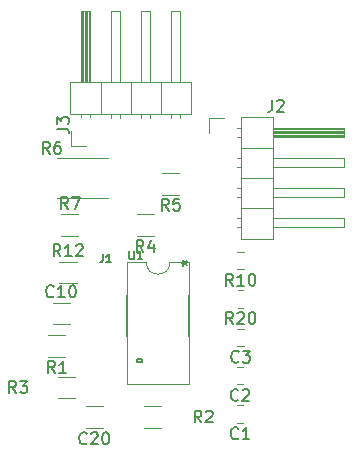
<source format=gto>
G04 #@! TF.GenerationSoftware,KiCad,Pcbnew,8.0.4*
G04 #@! TF.CreationDate,2024-07-24T14:50:23+09:00*
G04 #@! TF.ProjectId,VR-Conditioner-MAX9926+reg,56522d43-6f6e-4646-9974-696f6e65722d,3.7*
G04 #@! TF.SameCoordinates,PX68c4118PY713e7a8*
G04 #@! TF.FileFunction,Legend,Top*
G04 #@! TF.FilePolarity,Positive*
%FSLAX46Y46*%
G04 Gerber Fmt 4.6, Leading zero omitted, Abs format (unit mm)*
G04 Created by KiCad (PCBNEW 8.0.4) date 2024-07-24 14:50:23*
%MOMM*%
%LPD*%
G01*
G04 APERTURE LIST*
%ADD10C,0.150000*%
%ADD11C,0.120000*%
%ADD12C,0.152400*%
G04 APERTURE END LIST*
D10*
X19795833Y2960420D02*
X19748214Y2912800D01*
X19748214Y2912800D02*
X19605357Y2865181D01*
X19605357Y2865181D02*
X19510119Y2865181D01*
X19510119Y2865181D02*
X19367262Y2912800D01*
X19367262Y2912800D02*
X19272024Y3008039D01*
X19272024Y3008039D02*
X19224405Y3103277D01*
X19224405Y3103277D02*
X19176786Y3293753D01*
X19176786Y3293753D02*
X19176786Y3436610D01*
X19176786Y3436610D02*
X19224405Y3627086D01*
X19224405Y3627086D02*
X19272024Y3722324D01*
X19272024Y3722324D02*
X19367262Y3817562D01*
X19367262Y3817562D02*
X19510119Y3865181D01*
X19510119Y3865181D02*
X19605357Y3865181D01*
X19605357Y3865181D02*
X19748214Y3817562D01*
X19748214Y3817562D02*
X19795833Y3769943D01*
X20748214Y2865181D02*
X20176786Y2865181D01*
X20462500Y2865181D02*
X20462500Y3865181D01*
X20462500Y3865181D02*
X20367262Y3722324D01*
X20367262Y3722324D02*
X20272024Y3627086D01*
X20272024Y3627086D02*
X20176786Y3579467D01*
X19795833Y6210420D02*
X19748214Y6162800D01*
X19748214Y6162800D02*
X19605357Y6115181D01*
X19605357Y6115181D02*
X19510119Y6115181D01*
X19510119Y6115181D02*
X19367262Y6162800D01*
X19367262Y6162800D02*
X19272024Y6258039D01*
X19272024Y6258039D02*
X19224405Y6353277D01*
X19224405Y6353277D02*
X19176786Y6543753D01*
X19176786Y6543753D02*
X19176786Y6686610D01*
X19176786Y6686610D02*
X19224405Y6877086D01*
X19224405Y6877086D02*
X19272024Y6972324D01*
X19272024Y6972324D02*
X19367262Y7067562D01*
X19367262Y7067562D02*
X19510119Y7115181D01*
X19510119Y7115181D02*
X19605357Y7115181D01*
X19605357Y7115181D02*
X19748214Y7067562D01*
X19748214Y7067562D02*
X19795833Y7019943D01*
X20176786Y7019943D02*
X20224405Y7067562D01*
X20224405Y7067562D02*
X20319643Y7115181D01*
X20319643Y7115181D02*
X20557738Y7115181D01*
X20557738Y7115181D02*
X20652976Y7067562D01*
X20652976Y7067562D02*
X20700595Y7019943D01*
X20700595Y7019943D02*
X20748214Y6924705D01*
X20748214Y6924705D02*
X20748214Y6829467D01*
X20748214Y6829467D02*
X20700595Y6686610D01*
X20700595Y6686610D02*
X20129167Y6115181D01*
X20129167Y6115181D02*
X20748214Y6115181D01*
X19835833Y9460420D02*
X19788214Y9412800D01*
X19788214Y9412800D02*
X19645357Y9365181D01*
X19645357Y9365181D02*
X19550119Y9365181D01*
X19550119Y9365181D02*
X19407262Y9412800D01*
X19407262Y9412800D02*
X19312024Y9508039D01*
X19312024Y9508039D02*
X19264405Y9603277D01*
X19264405Y9603277D02*
X19216786Y9793753D01*
X19216786Y9793753D02*
X19216786Y9936610D01*
X19216786Y9936610D02*
X19264405Y10127086D01*
X19264405Y10127086D02*
X19312024Y10222324D01*
X19312024Y10222324D02*
X19407262Y10317562D01*
X19407262Y10317562D02*
X19550119Y10365181D01*
X19550119Y10365181D02*
X19645357Y10365181D01*
X19645357Y10365181D02*
X19788214Y10317562D01*
X19788214Y10317562D02*
X19835833Y10269943D01*
X20169167Y10365181D02*
X20788214Y10365181D01*
X20788214Y10365181D02*
X20454881Y9984229D01*
X20454881Y9984229D02*
X20597738Y9984229D01*
X20597738Y9984229D02*
X20692976Y9936610D01*
X20692976Y9936610D02*
X20740595Y9888991D01*
X20740595Y9888991D02*
X20788214Y9793753D01*
X20788214Y9793753D02*
X20788214Y9555658D01*
X20788214Y9555658D02*
X20740595Y9460420D01*
X20740595Y9460420D02*
X20692976Y9412800D01*
X20692976Y9412800D02*
X20597738Y9365181D01*
X20597738Y9365181D02*
X20312024Y9365181D01*
X20312024Y9365181D02*
X20216786Y9412800D01*
X20216786Y9412800D02*
X20169167Y9460420D01*
X4169642Y14990420D02*
X4122023Y14942800D01*
X4122023Y14942800D02*
X3979166Y14895181D01*
X3979166Y14895181D02*
X3883928Y14895181D01*
X3883928Y14895181D02*
X3741071Y14942800D01*
X3741071Y14942800D02*
X3645833Y15038039D01*
X3645833Y15038039D02*
X3598214Y15133277D01*
X3598214Y15133277D02*
X3550595Y15323753D01*
X3550595Y15323753D02*
X3550595Y15466610D01*
X3550595Y15466610D02*
X3598214Y15657086D01*
X3598214Y15657086D02*
X3645833Y15752324D01*
X3645833Y15752324D02*
X3741071Y15847562D01*
X3741071Y15847562D02*
X3883928Y15895181D01*
X3883928Y15895181D02*
X3979166Y15895181D01*
X3979166Y15895181D02*
X4122023Y15847562D01*
X4122023Y15847562D02*
X4169642Y15799943D01*
X5122023Y14895181D02*
X4550595Y14895181D01*
X4836309Y14895181D02*
X4836309Y15895181D01*
X4836309Y15895181D02*
X4741071Y15752324D01*
X4741071Y15752324D02*
X4645833Y15657086D01*
X4645833Y15657086D02*
X4550595Y15609467D01*
X5741071Y15895181D02*
X5836309Y15895181D01*
X5836309Y15895181D02*
X5931547Y15847562D01*
X5931547Y15847562D02*
X5979166Y15799943D01*
X5979166Y15799943D02*
X6026785Y15704705D01*
X6026785Y15704705D02*
X6074404Y15514229D01*
X6074404Y15514229D02*
X6074404Y15276134D01*
X6074404Y15276134D02*
X6026785Y15085658D01*
X6026785Y15085658D02*
X5979166Y14990420D01*
X5979166Y14990420D02*
X5931547Y14942800D01*
X5931547Y14942800D02*
X5836309Y14895181D01*
X5836309Y14895181D02*
X5741071Y14895181D01*
X5741071Y14895181D02*
X5645833Y14942800D01*
X5645833Y14942800D02*
X5598214Y14990420D01*
X5598214Y14990420D02*
X5550595Y15085658D01*
X5550595Y15085658D02*
X5502976Y15276134D01*
X5502976Y15276134D02*
X5502976Y15514229D01*
X5502976Y15514229D02*
X5550595Y15704705D01*
X5550595Y15704705D02*
X5598214Y15799943D01*
X5598214Y15799943D02*
X5645833Y15847562D01*
X5645833Y15847562D02*
X5741071Y15895181D01*
X6969642Y2540420D02*
X6922023Y2492800D01*
X6922023Y2492800D02*
X6779166Y2445181D01*
X6779166Y2445181D02*
X6683928Y2445181D01*
X6683928Y2445181D02*
X6541071Y2492800D01*
X6541071Y2492800D02*
X6445833Y2588039D01*
X6445833Y2588039D02*
X6398214Y2683277D01*
X6398214Y2683277D02*
X6350595Y2873753D01*
X6350595Y2873753D02*
X6350595Y3016610D01*
X6350595Y3016610D02*
X6398214Y3207086D01*
X6398214Y3207086D02*
X6445833Y3302324D01*
X6445833Y3302324D02*
X6541071Y3397562D01*
X6541071Y3397562D02*
X6683928Y3445181D01*
X6683928Y3445181D02*
X6779166Y3445181D01*
X6779166Y3445181D02*
X6922023Y3397562D01*
X6922023Y3397562D02*
X6969642Y3349943D01*
X7350595Y3349943D02*
X7398214Y3397562D01*
X7398214Y3397562D02*
X7493452Y3445181D01*
X7493452Y3445181D02*
X7731547Y3445181D01*
X7731547Y3445181D02*
X7826785Y3397562D01*
X7826785Y3397562D02*
X7874404Y3349943D01*
X7874404Y3349943D02*
X7922023Y3254705D01*
X7922023Y3254705D02*
X7922023Y3159467D01*
X7922023Y3159467D02*
X7874404Y3016610D01*
X7874404Y3016610D02*
X7302976Y2445181D01*
X7302976Y2445181D02*
X7922023Y2445181D01*
X8541071Y3445181D02*
X8636309Y3445181D01*
X8636309Y3445181D02*
X8731547Y3397562D01*
X8731547Y3397562D02*
X8779166Y3349943D01*
X8779166Y3349943D02*
X8826785Y3254705D01*
X8826785Y3254705D02*
X8874404Y3064229D01*
X8874404Y3064229D02*
X8874404Y2826134D01*
X8874404Y2826134D02*
X8826785Y2635658D01*
X8826785Y2635658D02*
X8779166Y2540420D01*
X8779166Y2540420D02*
X8731547Y2492800D01*
X8731547Y2492800D02*
X8636309Y2445181D01*
X8636309Y2445181D02*
X8541071Y2445181D01*
X8541071Y2445181D02*
X8445833Y2492800D01*
X8445833Y2492800D02*
X8398214Y2540420D01*
X8398214Y2540420D02*
X8350595Y2635658D01*
X8350595Y2635658D02*
X8302976Y2826134D01*
X8302976Y2826134D02*
X8302976Y3064229D01*
X8302976Y3064229D02*
X8350595Y3254705D01*
X8350595Y3254705D02*
X8398214Y3349943D01*
X8398214Y3349943D02*
X8445833Y3397562D01*
X8445833Y3397562D02*
X8541071Y3445181D01*
X993333Y6795181D02*
X660000Y7271372D01*
X421905Y6795181D02*
X421905Y7795181D01*
X421905Y7795181D02*
X802857Y7795181D01*
X802857Y7795181D02*
X898095Y7747562D01*
X898095Y7747562D02*
X945714Y7699943D01*
X945714Y7699943D02*
X993333Y7604705D01*
X993333Y7604705D02*
X993333Y7461848D01*
X993333Y7461848D02*
X945714Y7366610D01*
X945714Y7366610D02*
X898095Y7318991D01*
X898095Y7318991D02*
X802857Y7271372D01*
X802857Y7271372D02*
X421905Y7271372D01*
X1326667Y7795181D02*
X1945714Y7795181D01*
X1945714Y7795181D02*
X1612381Y7414229D01*
X1612381Y7414229D02*
X1755238Y7414229D01*
X1755238Y7414229D02*
X1850476Y7366610D01*
X1850476Y7366610D02*
X1898095Y7318991D01*
X1898095Y7318991D02*
X1945714Y7223753D01*
X1945714Y7223753D02*
X1945714Y6985658D01*
X1945714Y6985658D02*
X1898095Y6890420D01*
X1898095Y6890420D02*
X1850476Y6842800D01*
X1850476Y6842800D02*
X1755238Y6795181D01*
X1755238Y6795181D02*
X1469524Y6795181D01*
X1469524Y6795181D02*
X1374286Y6842800D01*
X1374286Y6842800D02*
X1326667Y6890420D01*
X16688833Y4295181D02*
X16355500Y4771372D01*
X16117405Y4295181D02*
X16117405Y5295181D01*
X16117405Y5295181D02*
X16498357Y5295181D01*
X16498357Y5295181D02*
X16593595Y5247562D01*
X16593595Y5247562D02*
X16641214Y5199943D01*
X16641214Y5199943D02*
X16688833Y5104705D01*
X16688833Y5104705D02*
X16688833Y4961848D01*
X16688833Y4961848D02*
X16641214Y4866610D01*
X16641214Y4866610D02*
X16593595Y4818991D01*
X16593595Y4818991D02*
X16498357Y4771372D01*
X16498357Y4771372D02*
X16117405Y4771372D01*
X17069786Y5199943D02*
X17117405Y5247562D01*
X17117405Y5247562D02*
X17212643Y5295181D01*
X17212643Y5295181D02*
X17450738Y5295181D01*
X17450738Y5295181D02*
X17545976Y5247562D01*
X17545976Y5247562D02*
X17593595Y5199943D01*
X17593595Y5199943D02*
X17641214Y5104705D01*
X17641214Y5104705D02*
X17641214Y5009467D01*
X17641214Y5009467D02*
X17593595Y4866610D01*
X17593595Y4866610D02*
X17022167Y4295181D01*
X17022167Y4295181D02*
X17641214Y4295181D01*
X4283333Y8475181D02*
X3950000Y8951372D01*
X3711905Y8475181D02*
X3711905Y9475181D01*
X3711905Y9475181D02*
X4092857Y9475181D01*
X4092857Y9475181D02*
X4188095Y9427562D01*
X4188095Y9427562D02*
X4235714Y9379943D01*
X4235714Y9379943D02*
X4283333Y9284705D01*
X4283333Y9284705D02*
X4283333Y9141848D01*
X4283333Y9141848D02*
X4235714Y9046610D01*
X4235714Y9046610D02*
X4188095Y8998991D01*
X4188095Y8998991D02*
X4092857Y8951372D01*
X4092857Y8951372D02*
X3711905Y8951372D01*
X5235714Y8475181D02*
X4664286Y8475181D01*
X4950000Y8475181D02*
X4950000Y9475181D01*
X4950000Y9475181D02*
X4854762Y9332324D01*
X4854762Y9332324D02*
X4759524Y9237086D01*
X4759524Y9237086D02*
X4664286Y9189467D01*
X8339166Y18533967D02*
X8339166Y18033967D01*
X8339166Y18033967D02*
X8305833Y17933967D01*
X8305833Y17933967D02*
X8239166Y17867300D01*
X8239166Y17867300D02*
X8139166Y17833967D01*
X8139166Y17833967D02*
X8072500Y17833967D01*
X9039166Y17833967D02*
X8639166Y17833967D01*
X8839166Y17833967D02*
X8839166Y18533967D01*
X8839166Y18533967D02*
X8772499Y18433967D01*
X8772499Y18433967D02*
X8705833Y18367300D01*
X8705833Y18367300D02*
X8639166Y18333967D01*
X19359642Y15865181D02*
X19026309Y16341372D01*
X18788214Y15865181D02*
X18788214Y16865181D01*
X18788214Y16865181D02*
X19169166Y16865181D01*
X19169166Y16865181D02*
X19264404Y16817562D01*
X19264404Y16817562D02*
X19312023Y16769943D01*
X19312023Y16769943D02*
X19359642Y16674705D01*
X19359642Y16674705D02*
X19359642Y16531848D01*
X19359642Y16531848D02*
X19312023Y16436610D01*
X19312023Y16436610D02*
X19264404Y16388991D01*
X19264404Y16388991D02*
X19169166Y16341372D01*
X19169166Y16341372D02*
X18788214Y16341372D01*
X20312023Y15865181D02*
X19740595Y15865181D01*
X20026309Y15865181D02*
X20026309Y16865181D01*
X20026309Y16865181D02*
X19931071Y16722324D01*
X19931071Y16722324D02*
X19835833Y16627086D01*
X19835833Y16627086D02*
X19740595Y16579467D01*
X20931071Y16865181D02*
X21026309Y16865181D01*
X21026309Y16865181D02*
X21121547Y16817562D01*
X21121547Y16817562D02*
X21169166Y16769943D01*
X21169166Y16769943D02*
X21216785Y16674705D01*
X21216785Y16674705D02*
X21264404Y16484229D01*
X21264404Y16484229D02*
X21264404Y16246134D01*
X21264404Y16246134D02*
X21216785Y16055658D01*
X21216785Y16055658D02*
X21169166Y15960420D01*
X21169166Y15960420D02*
X21121547Y15912800D01*
X21121547Y15912800D02*
X21026309Y15865181D01*
X21026309Y15865181D02*
X20931071Y15865181D01*
X20931071Y15865181D02*
X20835833Y15912800D01*
X20835833Y15912800D02*
X20788214Y15960420D01*
X20788214Y15960420D02*
X20740595Y16055658D01*
X20740595Y16055658D02*
X20692976Y16246134D01*
X20692976Y16246134D02*
X20692976Y16484229D01*
X20692976Y16484229D02*
X20740595Y16674705D01*
X20740595Y16674705D02*
X20788214Y16769943D01*
X20788214Y16769943D02*
X20835833Y16817562D01*
X20835833Y16817562D02*
X20931071Y16865181D01*
X19357142Y12645181D02*
X19023809Y13121372D01*
X18785714Y12645181D02*
X18785714Y13645181D01*
X18785714Y13645181D02*
X19166666Y13645181D01*
X19166666Y13645181D02*
X19261904Y13597562D01*
X19261904Y13597562D02*
X19309523Y13549943D01*
X19309523Y13549943D02*
X19357142Y13454705D01*
X19357142Y13454705D02*
X19357142Y13311848D01*
X19357142Y13311848D02*
X19309523Y13216610D01*
X19309523Y13216610D02*
X19261904Y13168991D01*
X19261904Y13168991D02*
X19166666Y13121372D01*
X19166666Y13121372D02*
X18785714Y13121372D01*
X19738095Y13549943D02*
X19785714Y13597562D01*
X19785714Y13597562D02*
X19880952Y13645181D01*
X19880952Y13645181D02*
X20119047Y13645181D01*
X20119047Y13645181D02*
X20214285Y13597562D01*
X20214285Y13597562D02*
X20261904Y13549943D01*
X20261904Y13549943D02*
X20309523Y13454705D01*
X20309523Y13454705D02*
X20309523Y13359467D01*
X20309523Y13359467D02*
X20261904Y13216610D01*
X20261904Y13216610D02*
X19690476Y12645181D01*
X19690476Y12645181D02*
X20309523Y12645181D01*
X20928571Y13645181D02*
X21023809Y13645181D01*
X21023809Y13645181D02*
X21119047Y13597562D01*
X21119047Y13597562D02*
X21166666Y13549943D01*
X21166666Y13549943D02*
X21214285Y13454705D01*
X21214285Y13454705D02*
X21261904Y13264229D01*
X21261904Y13264229D02*
X21261904Y13026134D01*
X21261904Y13026134D02*
X21214285Y12835658D01*
X21214285Y12835658D02*
X21166666Y12740420D01*
X21166666Y12740420D02*
X21119047Y12692800D01*
X21119047Y12692800D02*
X21023809Y12645181D01*
X21023809Y12645181D02*
X20928571Y12645181D01*
X20928571Y12645181D02*
X20833333Y12692800D01*
X20833333Y12692800D02*
X20785714Y12740420D01*
X20785714Y12740420D02*
X20738095Y12835658D01*
X20738095Y12835658D02*
X20690476Y13026134D01*
X20690476Y13026134D02*
X20690476Y13264229D01*
X20690476Y13264229D02*
X20738095Y13454705D01*
X20738095Y13454705D02*
X20785714Y13549943D01*
X20785714Y13549943D02*
X20833333Y13597562D01*
X20833333Y13597562D02*
X20928571Y13645181D01*
X10579166Y18798967D02*
X10579166Y18232300D01*
X10579166Y18232300D02*
X10612500Y18165634D01*
X10612500Y18165634D02*
X10645833Y18132300D01*
X10645833Y18132300D02*
X10712500Y18098967D01*
X10712500Y18098967D02*
X10845833Y18098967D01*
X10845833Y18098967D02*
X10912500Y18132300D01*
X10912500Y18132300D02*
X10945833Y18165634D01*
X10945833Y18165634D02*
X10979166Y18232300D01*
X10979166Y18232300D02*
X10979166Y18798967D01*
X11679166Y18098967D02*
X11279166Y18098967D01*
X11479166Y18098967D02*
X11479166Y18798967D01*
X11479166Y18798967D02*
X11412499Y18698967D01*
X11412499Y18698967D02*
X11345833Y18632300D01*
X11345833Y18632300D02*
X11279166Y18598967D01*
X15012319Y17780001D02*
X15250414Y17780001D01*
X15155176Y17541906D02*
X15250414Y17780001D01*
X15250414Y17780001D02*
X15155176Y18018096D01*
X15440890Y17637144D02*
X15250414Y17780001D01*
X15250414Y17780001D02*
X15440890Y17922858D01*
X15012319Y17780001D02*
X15250414Y17780001D01*
X15155176Y17541906D02*
X15250414Y17780001D01*
X15250414Y17780001D02*
X15155176Y18018096D01*
X15440890Y17637144D02*
X15250414Y17780001D01*
X15250414Y17780001D02*
X15440890Y17922858D01*
X4754642Y18365181D02*
X4421309Y18841372D01*
X4183214Y18365181D02*
X4183214Y19365181D01*
X4183214Y19365181D02*
X4564166Y19365181D01*
X4564166Y19365181D02*
X4659404Y19317562D01*
X4659404Y19317562D02*
X4707023Y19269943D01*
X4707023Y19269943D02*
X4754642Y19174705D01*
X4754642Y19174705D02*
X4754642Y19031848D01*
X4754642Y19031848D02*
X4707023Y18936610D01*
X4707023Y18936610D02*
X4659404Y18888991D01*
X4659404Y18888991D02*
X4564166Y18841372D01*
X4564166Y18841372D02*
X4183214Y18841372D01*
X5707023Y18365181D02*
X5135595Y18365181D01*
X5421309Y18365181D02*
X5421309Y19365181D01*
X5421309Y19365181D02*
X5326071Y19222324D01*
X5326071Y19222324D02*
X5230833Y19127086D01*
X5230833Y19127086D02*
X5135595Y19079467D01*
X6087976Y19269943D02*
X6135595Y19317562D01*
X6135595Y19317562D02*
X6230833Y19365181D01*
X6230833Y19365181D02*
X6468928Y19365181D01*
X6468928Y19365181D02*
X6564166Y19317562D01*
X6564166Y19317562D02*
X6611785Y19269943D01*
X6611785Y19269943D02*
X6659404Y19174705D01*
X6659404Y19174705D02*
X6659404Y19079467D01*
X6659404Y19079467D02*
X6611785Y18936610D01*
X6611785Y18936610D02*
X6040357Y18365181D01*
X6040357Y18365181D02*
X6659404Y18365181D01*
X4454819Y29166667D02*
X5169104Y29166667D01*
X5169104Y29166667D02*
X5311961Y29119048D01*
X5311961Y29119048D02*
X5407200Y29023810D01*
X5407200Y29023810D02*
X5454819Y28880953D01*
X5454819Y28880953D02*
X5454819Y28785715D01*
X4454819Y29547620D02*
X4454819Y30166667D01*
X4454819Y30166667D02*
X4835771Y29833334D01*
X4835771Y29833334D02*
X4835771Y29976191D01*
X4835771Y29976191D02*
X4883390Y30071429D01*
X4883390Y30071429D02*
X4931009Y30119048D01*
X4931009Y30119048D02*
X5026247Y30166667D01*
X5026247Y30166667D02*
X5264342Y30166667D01*
X5264342Y30166667D02*
X5359580Y30119048D01*
X5359580Y30119048D02*
X5407200Y30071429D01*
X5407200Y30071429D02*
X5454819Y29976191D01*
X5454819Y29976191D02*
X5454819Y29690477D01*
X5454819Y29690477D02*
X5407200Y29595239D01*
X5407200Y29595239D02*
X5359580Y29547620D01*
X13920833Y22225181D02*
X13587500Y22701372D01*
X13349405Y22225181D02*
X13349405Y23225181D01*
X13349405Y23225181D02*
X13730357Y23225181D01*
X13730357Y23225181D02*
X13825595Y23177562D01*
X13825595Y23177562D02*
X13873214Y23129943D01*
X13873214Y23129943D02*
X13920833Y23034705D01*
X13920833Y23034705D02*
X13920833Y22891848D01*
X13920833Y22891848D02*
X13873214Y22796610D01*
X13873214Y22796610D02*
X13825595Y22748991D01*
X13825595Y22748991D02*
X13730357Y22701372D01*
X13730357Y22701372D02*
X13349405Y22701372D01*
X14825595Y23225181D02*
X14349405Y23225181D01*
X14349405Y23225181D02*
X14301786Y22748991D01*
X14301786Y22748991D02*
X14349405Y22796610D01*
X14349405Y22796610D02*
X14444643Y22844229D01*
X14444643Y22844229D02*
X14682738Y22844229D01*
X14682738Y22844229D02*
X14777976Y22796610D01*
X14777976Y22796610D02*
X14825595Y22748991D01*
X14825595Y22748991D02*
X14873214Y22653753D01*
X14873214Y22653753D02*
X14873214Y22415658D01*
X14873214Y22415658D02*
X14825595Y22320420D01*
X14825595Y22320420D02*
X14777976Y22272800D01*
X14777976Y22272800D02*
X14682738Y22225181D01*
X14682738Y22225181D02*
X14444643Y22225181D01*
X14444643Y22225181D02*
X14349405Y22272800D01*
X14349405Y22272800D02*
X14301786Y22320420D01*
X3833333Y27045181D02*
X3500000Y27521372D01*
X3261905Y27045181D02*
X3261905Y28045181D01*
X3261905Y28045181D02*
X3642857Y28045181D01*
X3642857Y28045181D02*
X3738095Y27997562D01*
X3738095Y27997562D02*
X3785714Y27949943D01*
X3785714Y27949943D02*
X3833333Y27854705D01*
X3833333Y27854705D02*
X3833333Y27711848D01*
X3833333Y27711848D02*
X3785714Y27616610D01*
X3785714Y27616610D02*
X3738095Y27568991D01*
X3738095Y27568991D02*
X3642857Y27521372D01*
X3642857Y27521372D02*
X3261905Y27521372D01*
X4690476Y28045181D02*
X4500000Y28045181D01*
X4500000Y28045181D02*
X4404762Y27997562D01*
X4404762Y27997562D02*
X4357143Y27949943D01*
X4357143Y27949943D02*
X4261905Y27807086D01*
X4261905Y27807086D02*
X4214286Y27616610D01*
X4214286Y27616610D02*
X4214286Y27235658D01*
X4214286Y27235658D02*
X4261905Y27140420D01*
X4261905Y27140420D02*
X4309524Y27092800D01*
X4309524Y27092800D02*
X4404762Y27045181D01*
X4404762Y27045181D02*
X4595238Y27045181D01*
X4595238Y27045181D02*
X4690476Y27092800D01*
X4690476Y27092800D02*
X4738095Y27140420D01*
X4738095Y27140420D02*
X4785714Y27235658D01*
X4785714Y27235658D02*
X4785714Y27473753D01*
X4785714Y27473753D02*
X4738095Y27568991D01*
X4738095Y27568991D02*
X4690476Y27616610D01*
X4690476Y27616610D02*
X4595238Y27664229D01*
X4595238Y27664229D02*
X4404762Y27664229D01*
X4404762Y27664229D02*
X4309524Y27616610D01*
X4309524Y27616610D02*
X4261905Y27568991D01*
X4261905Y27568991D02*
X4214286Y27473753D01*
X11783333Y18725181D02*
X11450000Y19201372D01*
X11211905Y18725181D02*
X11211905Y19725181D01*
X11211905Y19725181D02*
X11592857Y19725181D01*
X11592857Y19725181D02*
X11688095Y19677562D01*
X11688095Y19677562D02*
X11735714Y19629943D01*
X11735714Y19629943D02*
X11783333Y19534705D01*
X11783333Y19534705D02*
X11783333Y19391848D01*
X11783333Y19391848D02*
X11735714Y19296610D01*
X11735714Y19296610D02*
X11688095Y19248991D01*
X11688095Y19248991D02*
X11592857Y19201372D01*
X11592857Y19201372D02*
X11211905Y19201372D01*
X12640476Y19391848D02*
X12640476Y18725181D01*
X12402381Y19772800D02*
X12164286Y19058515D01*
X12164286Y19058515D02*
X12783333Y19058515D01*
X22676666Y31615181D02*
X22676666Y30900896D01*
X22676666Y30900896D02*
X22629047Y30758039D01*
X22629047Y30758039D02*
X22533809Y30662800D01*
X22533809Y30662800D02*
X22390952Y30615181D01*
X22390952Y30615181D02*
X22295714Y30615181D01*
X23105238Y31519943D02*
X23152857Y31567562D01*
X23152857Y31567562D02*
X23248095Y31615181D01*
X23248095Y31615181D02*
X23486190Y31615181D01*
X23486190Y31615181D02*
X23581428Y31567562D01*
X23581428Y31567562D02*
X23629047Y31519943D01*
X23629047Y31519943D02*
X23676666Y31424705D01*
X23676666Y31424705D02*
X23676666Y31329467D01*
X23676666Y31329467D02*
X23629047Y31186610D01*
X23629047Y31186610D02*
X23057619Y30615181D01*
X23057619Y30615181D02*
X23676666Y30615181D01*
X5383333Y22365181D02*
X5050000Y22841372D01*
X4811905Y22365181D02*
X4811905Y23365181D01*
X4811905Y23365181D02*
X5192857Y23365181D01*
X5192857Y23365181D02*
X5288095Y23317562D01*
X5288095Y23317562D02*
X5335714Y23269943D01*
X5335714Y23269943D02*
X5383333Y23174705D01*
X5383333Y23174705D02*
X5383333Y23031848D01*
X5383333Y23031848D02*
X5335714Y22936610D01*
X5335714Y22936610D02*
X5288095Y22888991D01*
X5288095Y22888991D02*
X5192857Y22841372D01*
X5192857Y22841372D02*
X4811905Y22841372D01*
X5716667Y23365181D02*
X6383333Y23365181D01*
X6383333Y23365181D02*
X5954762Y22365181D01*
D11*
G04 #@! TO.C,C1*
X20223752Y5735000D02*
X19701248Y5735000D01*
X20223752Y4265000D02*
X19701248Y4265000D01*
G04 #@! TO.C,C2*
X20223752Y8985000D02*
X19701248Y8985000D01*
X20223752Y7515000D02*
X19701248Y7515000D01*
G04 #@! TO.C,C3*
X20263752Y12235000D02*
X19741248Y12235000D01*
X20263752Y10765000D02*
X19741248Y10765000D01*
G04 #@! TO.C,C10*
X4101248Y14410000D02*
X5523752Y14410000D01*
X4101248Y12590000D02*
X5523752Y12590000D01*
G04 #@! TO.C,C20*
X8323752Y5660000D02*
X6901248Y5660000D01*
X8323752Y3840000D02*
X6901248Y3840000D01*
G04 #@! TO.C,R3*
X4560436Y8160000D02*
X6014564Y8160000D01*
X4560436Y6340000D02*
X6014564Y6340000D01*
G04 #@! TO.C,R2*
X13264564Y5660000D02*
X11810436Y5660000D01*
X13264564Y3840000D02*
X11810436Y3840000D01*
G04 #@! TO.C,R1*
X5177064Y11660000D02*
X3722936Y11660000D01*
X5177064Y9840000D02*
X3722936Y9840000D01*
G04 #@! TO.C,J1*
X10367500Y17840000D02*
X10367500Y7560000D01*
X10367500Y7560000D02*
X15667500Y7560000D01*
X12017500Y17840000D02*
X10367500Y17840000D01*
X15667500Y17840000D02*
X14017500Y17840000D01*
X15667500Y7560000D02*
X15667500Y17840000D01*
X14017500Y17840000D02*
G75*
G02*
X12017500Y17840000I-1000000J0D01*
G01*
G04 #@! TO.C,R10*
X20263752Y18735000D02*
X19741248Y18735000D01*
X20263752Y17265000D02*
X19741248Y17265000D01*
G04 #@! TO.C,R20*
X20227064Y15485000D02*
X19772936Y15485000D01*
X20227064Y14015000D02*
X19772936Y14015000D01*
D12*
G04 #@! TO.C,U1*
X10401300Y15076055D02*
X10401300Y11593945D01*
X11239500Y9632201D02*
X11620500Y9632201D01*
X11239500Y9378201D02*
X11239500Y9632201D01*
X11620500Y9632201D02*
X11620500Y9378201D01*
X11620500Y9378201D02*
X11239500Y9378201D01*
X15633700Y11593945D02*
X15633700Y15076055D01*
D11*
G04 #@! TO.C,R12*
X4670436Y17910000D02*
X6124564Y17910000D01*
X4670436Y16090000D02*
X6124564Y16090000D01*
G04 #@! TO.C,J3*
X5550000Y33100000D02*
X5550000Y30440000D01*
X5550000Y30440000D02*
X15830000Y30440000D01*
X5610000Y27730000D02*
X5610000Y29000000D01*
X6500000Y39100000D02*
X7260000Y39100000D01*
X6500000Y33100000D02*
X6500000Y39100000D01*
X6500000Y30110000D02*
X6500000Y30440000D01*
X6560000Y33100000D02*
X6560000Y39100000D01*
X6680000Y33100000D02*
X6680000Y39100000D01*
X6800000Y33100000D02*
X6800000Y39100000D01*
X6880000Y27730000D02*
X5610000Y27730000D01*
X6920000Y33100000D02*
X6920000Y39100000D01*
X7040000Y33100000D02*
X7040000Y39100000D01*
X7160000Y33100000D02*
X7160000Y39100000D01*
X7260000Y39100000D02*
X7260000Y33100000D01*
X7260000Y30110000D02*
X7260000Y30440000D01*
X8150000Y30440000D02*
X8150000Y33100000D01*
X9040000Y39100000D02*
X9800000Y39100000D01*
X9040000Y33100000D02*
X9040000Y39100000D01*
X9040000Y30042929D02*
X9040000Y30440000D01*
X9800000Y39100000D02*
X9800000Y33100000D01*
X9800000Y30042929D02*
X9800000Y30440000D01*
X10690000Y30440000D02*
X10690000Y33100000D01*
X11580000Y39100000D02*
X12340000Y39100000D01*
X11580000Y33100000D02*
X11580000Y39100000D01*
X11580000Y30042929D02*
X11580000Y30440000D01*
X12340000Y39100000D02*
X12340000Y33100000D01*
X12340000Y30042929D02*
X12340000Y30440000D01*
X13230000Y30440000D02*
X13230000Y33100000D01*
X14120000Y39100000D02*
X14880000Y39100000D01*
X14120000Y33100000D02*
X14120000Y39100000D01*
X14120000Y30042929D02*
X14120000Y30440000D01*
X14880000Y39100000D02*
X14880000Y33100000D01*
X14880000Y30042929D02*
X14880000Y30440000D01*
X15830000Y33100000D02*
X5550000Y33100000D01*
X15830000Y30440000D02*
X15830000Y33100000D01*
G04 #@! TO.C,R5*
X14814564Y25410000D02*
X13360436Y25410000D01*
X14814564Y23590000D02*
X13360436Y23590000D01*
G04 #@! TO.C,R6*
X4447936Y26710000D02*
X8802064Y26710000D01*
X4447936Y23290000D02*
X8802064Y23290000D01*
G04 #@! TO.C,R4*
X12677064Y21910000D02*
X11222936Y21910000D01*
X12677064Y20090000D02*
X11222936Y20090000D01*
G04 #@! TO.C,J2*
X17355000Y30070000D02*
X18625000Y30070000D01*
X17355000Y28800000D02*
X17355000Y30070000D01*
X19667929Y26640000D02*
X20065000Y26640000D01*
X19667929Y25880000D02*
X20065000Y25880000D01*
X19667929Y24100000D02*
X20065000Y24100000D01*
X19667929Y23340000D02*
X20065000Y23340000D01*
X19667929Y21560000D02*
X20065000Y21560000D01*
X19667929Y20800000D02*
X20065000Y20800000D01*
X19735000Y29180000D02*
X20065000Y29180000D01*
X19735000Y28420000D02*
X20065000Y28420000D01*
X20065000Y30130000D02*
X20065000Y19850000D01*
X20065000Y27530000D02*
X22725000Y27530000D01*
X20065000Y24990000D02*
X22725000Y24990000D01*
X20065000Y22450000D02*
X22725000Y22450000D01*
X20065000Y19850000D02*
X22725000Y19850000D01*
X22725000Y30130000D02*
X20065000Y30130000D01*
X22725000Y29180000D02*
X28725000Y29180000D01*
X22725000Y29120000D02*
X28725000Y29120000D01*
X22725000Y29000000D02*
X28725000Y29000000D01*
X22725000Y28880000D02*
X28725000Y28880000D01*
X22725000Y28760000D02*
X28725000Y28760000D01*
X22725000Y28640000D02*
X28725000Y28640000D01*
X22725000Y28520000D02*
X28725000Y28520000D01*
X22725000Y26640000D02*
X28725000Y26640000D01*
X22725000Y24100000D02*
X28725000Y24100000D01*
X22725000Y21560000D02*
X28725000Y21560000D01*
X22725000Y19850000D02*
X22725000Y30130000D01*
X28725000Y29180000D02*
X28725000Y28420000D01*
X28725000Y28420000D02*
X22725000Y28420000D01*
X28725000Y26640000D02*
X28725000Y25880000D01*
X28725000Y25880000D02*
X22725000Y25880000D01*
X28725000Y24100000D02*
X28725000Y23340000D01*
X28725000Y23340000D02*
X22725000Y23340000D01*
X28725000Y21560000D02*
X28725000Y20800000D01*
X28725000Y20800000D02*
X22725000Y20800000D01*
G04 #@! TO.C,R7*
X4822936Y21910000D02*
X6277064Y21910000D01*
X4822936Y20090000D02*
X6277064Y20090000D01*
G04 #@! TD*
M02*

</source>
